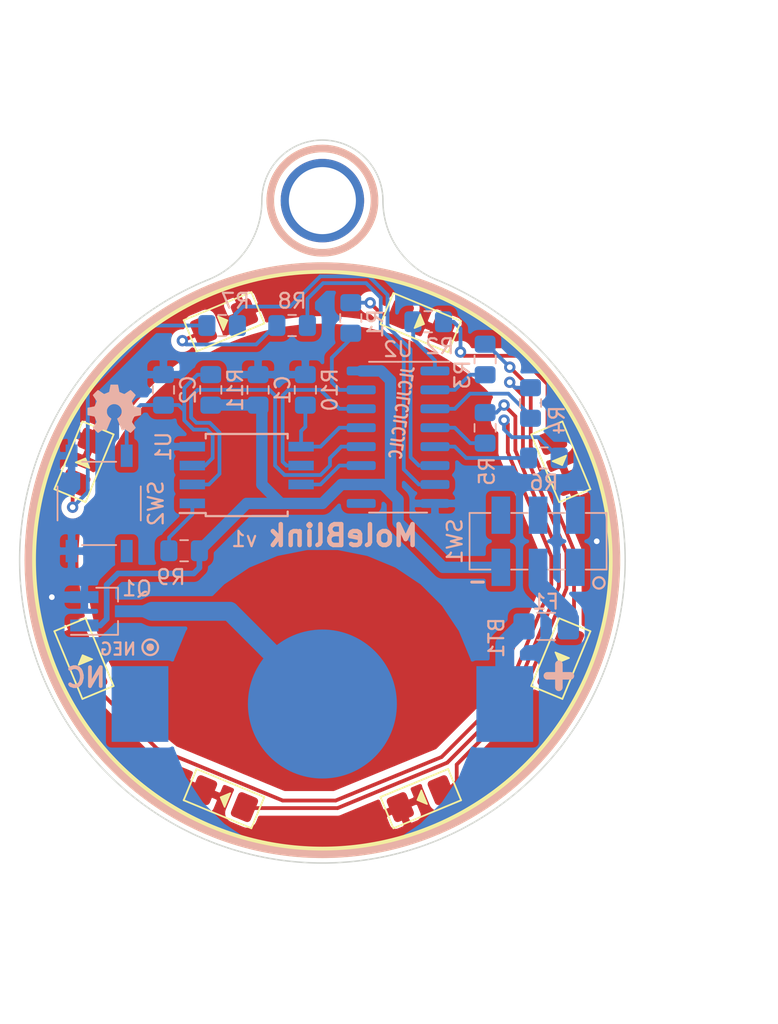
<source format=kicad_pcb>
(kicad_pcb (version 20171130) (host pcbnew "(5.1.5)-2")
  (title_block (title "MoleBlink v1") (date 2019-11-05) (rev A) (company "Blacker Hovse Electrical Engineering") (comment 1 "California Institute of Technology") (comment 2 "B.S. EE, Class of 2020") (comment 3 "Ray Sun"))
  (layers (0 F.Cu signal) (31 B.Cu signal) (34 B.Paste user hide) (35 F.Paste user hide) (36 B.SilkS user) (37 F.SilkS user) (38 B.Mask user) (39 F.Mask user) (44 Edge.Cuts user))
  (net 0 "")
  (net 1 GND)
  (net 2 "Net-(D1-Pad2)")
  (net 3 "Net-(D2-Pad2)")
  (net 4 "Net-(D3-Pad2)")
  (net 5 "Net-(D4-Pad2)")
  (net 6 "Net-(D5-Pad2)")
  (net 7 "Net-(D6-Pad2)")
  (net 8 "Net-(D7-Pad2)")
  (net 9 "Net-(D8-Pad2)")
  (net 10 "Net-(F1-Pad2)")
  (net 11 "Net-(SW1-Pad3)")
  (net 12 "Net-(U2-Pad9)")
  (net 13 /BAT+)
  (net 14 /BAT-)
  (net 15 /USER)
  (net 16 /RESET)
  (net 17 /SER)
  (net 18 /~OE)
  (net 19 /RCLK)
  (net 20 /SRCLK)
  (net 21 VDD)
  (net 22 /LED1)
  (net 23 /LED2)
  (net 24 /LED3)
  (net 25 /LED4)
  (net 26 /LED5)
  (net 27 /LED6)
  (net 28 /LED7)
  (net 29 /LED8)
  (net 30 "Net-(H1-Pad1)")
  (net 31 "Net-(SW1-Pad6)")
  (net 32 "Net-(SW1-Pad5)")
  (net 33 "Net-(SW1-Pad4)")
  (module Package_TO_SOT_SMD:SOT-23_Handsoldering (layer B.Cu) (at 127.762 117.729)
    (fp_text reference Q1 (at 2.032 -1.524) (layer B.SilkS) (effects (justify mirror)))
    (fp_text value " IRFML8244")
    (pad 3 smd rect (at 1.5 0) (size 1.9 0.8) (layers B.Cu B.Paste B.Mask) (net 14 /BAT-))
    (pad 2 smd rect (at -1.5 -0.95) (size 1.9 0.8) (layers B.Cu B.Paste B.Mask) (net 1 GND))
    (pad 1 smd rect (at -1.5 0.95) (size 1.9 0.8) (layers B.Cu B.Paste B.Mask) (net 21 VDD))
  )
  (module crest:blacker_mask (layer F.Cu) (at 142.22 113.82)
    (fp_text reference G*** hide)
    (fp_text value LOGO hide)
  )
  (module ruddblink:OSHW-Symbol_140mil (layer B.Cu) (at 128.27 104.14 180)
    (fp_text reference G*** hide)
    (fp_text value LOGO hide)
  )
  (module ruddblink:BatteryHolder_Keystone_3034_Wide (layer B.Cu) (at 142.24 123.952 180)
    (fp_text reference BT1 (at -11.684 4.445 90) (layer B.SilkS) (effects (justify mirror)))
    (fp_text value 3034)
    (pad 1 smd rect (at -12.2428 0 180) (size 3.81 5.08) (layers B.Cu B.Paste B.Mask) (net 13 /BAT+))
    (pad 1 smd rect (at 12.2428 0 180) (size 3.81 5.08) (layers B.Cu B.Paste B.Mask) (net 13 /BAT+))
    (pad 2 smd circle (at 0 0 180) (size 10 10) (layers B.Cu B.Paste B.Mask) (net 14 /BAT-) (clearance 5.334))
  )
  (module ruddblink:LED_1206_Uniform_HandSolder (layer F.Cu) (at 135.636 98.298 202.5)
    (fp_text reference D8 hide)
    (fp_text value " 150120BS75000 ")
    (pad 2 smd roundrect (at 1.4875 0 202.5) (size 1.425 1.75) (layers F.Cu F.Paste F.Mask) (roundrect_rratio 0.175439) (net 9 "Net-(D8-Pad2)"))
    (pad 1 smd roundrect (at -1.4875 0 202.5) (size 1.425 1.75) (layers F.Cu F.Paste F.Mask) (roundrect_rratio 0.175439) (net 1 GND))
  )
  (module ruddblink:LED_1206_Uniform_HandSolder (layer F.Cu) (at 126.238 107.696 247.5)
    (fp_text reference D7 hide)
    (fp_text value " 150120BS75000 ")
    (pad 2 smd roundrect (at 1.4875 0 247.5) (size 1.425 1.75) (layers F.Cu F.Paste F.Mask) (roundrect_rratio 0.175439) (net 8 "Net-(D7-Pad2)"))
    (pad 1 smd roundrect (at -1.4875 0 247.5) (size 1.425 1.75) (layers F.Cu F.Paste F.Mask) (roundrect_rratio 0.175439) (net 1 GND))
  )
  (module ruddblink:LED_1206_Uniform_HandSolder (layer F.Cu) (at 126.238 120.904 292.5)
    (fp_text reference D6 hide)
    (fp_text value " 150120BS75000 ")
    (pad 2 smd roundrect (at 1.4875 0 292.5) (size 1.425 1.75) (layers F.Cu F.Paste F.Mask) (roundrect_rratio 0.175439) (net 7 "Net-(D6-Pad2)"))
    (pad 1 smd roundrect (at -1.4875 0 292.5) (size 1.425 1.75) (layers F.Cu F.Paste F.Mask) (roundrect_rratio 0.175439) (net 1 GND))
  )
  (module ruddblink:LED_1206_Uniform_HandSolder (layer F.Cu) (at 135.636 130.302 337.5)
    (fp_text reference D5 hide)
    (fp_text value " 150120BS75000 ")
    (pad 2 smd roundrect (at 1.4875 0 337.5) (size 1.425 1.75) (layers F.Cu F.Paste F.Mask) (roundrect_rratio 0.175439) (net 6 "Net-(D5-Pad2)"))
    (pad 1 smd roundrect (at -1.4875 0 337.5) (size 1.425 1.75) (layers F.Cu F.Paste F.Mask) (roundrect_rratio 0.175439) (net 1 GND))
  )
  (module ruddblink:LED_1206_Uniform_HandSolder (layer F.Cu) (at 148.844 130.302 22.5)
    (fp_text reference D4 hide)
    (fp_text value " 150120BS75000 ")
    (pad 2 smd roundrect (at 1.4875 0 22.5) (size 1.425 1.75) (layers F.Cu F.Paste F.Mask) (roundrect_rratio 0.175439) (net 5 "Net-(D4-Pad2)"))
    (pad 1 smd roundrect (at -1.4875 0 22.5) (size 1.425 1.75) (layers F.Cu F.Paste F.Mask) (roundrect_rratio 0.175439) (net 1 GND))
  )
  (module ruddblink:LED_1206_Uniform_HandSolder (layer F.Cu) (at 158.242 120.904 67.5)
    (fp_text reference D3 hide)
    (fp_text value " 150120BS75000 ")
    (pad 2 smd roundrect (at 1.4875 0 67.5) (size 1.425 1.75) (layers F.Cu F.Paste F.Mask) (roundrect_rratio 0.175439) (net 4 "Net-(D3-Pad2)"))
    (pad 1 smd roundrect (at -1.4875 0 67.5) (size 1.425 1.75) (layers F.Cu F.Paste F.Mask) (roundrect_rratio 0.175439) (net 1 GND))
  )
  (module ruddblink:LED_1206_Uniform_HandSolder (layer F.Cu) (at 158.242 107.696 112.5)
    (fp_text reference D2 hide)
    (fp_text value " 150120BS75000 ")
    (pad 2 smd roundrect (at 1.4875 0 112.5) (size 1.425 1.75) (layers F.Cu F.Paste F.Mask) (roundrect_rratio 0.175439) (net 3 "Net-(D2-Pad2)"))
    (pad 1 smd roundrect (at -1.4875 0 112.5) (size 1.425 1.75) (layers F.Cu F.Paste F.Mask) (roundrect_rratio 0.175439) (net 1 GND))
  )
  (module ruddblink:LED_1206_Uniform_HandSolder (layer F.Cu) (at 148.844 98.359242 157.5)
    (fp_text reference D1 hide)
    (fp_text value " 150120BS75000 ")
    (pad 2 smd roundrect (at 1.4875 0 157.5) (size 1.425 1.75) (layers F.Cu F.Paste F.Mask) (roundrect_rratio 0.175439) (net 2 "Net-(D1-Pad2)"))
    (pad 1 smd roundrect (at -1.4875 0 157.5) (size 1.425 1.75) (layers F.Cu F.Paste F.Mask) (roundrect_rratio 0.175439) (net 1 GND))
  )
  (module ruddblink:MountingHole_Keyring (layer F.Cu) (at 142.24 90.17)
    (fp_text reference H1 hide)
    (fp_text value KEYHOLE)
    (pad 1 thru_hole circle (at 0 0) (size 5.6 5.6) (drill 4.5) (layers *.Cu *.Mask) (net 30 "Net-(H1-Pad1)"))
  )
  (module ruddblink:SW_SPDT_CK-JS202011JCQN (layer B.Cu) (at 156.718 113.03)
    (fp_text reference SW1 (at -5.588 0 90) (layer B.SilkS) (effects (justify mirror)))
    (fp_text value JS202011JCQN hide)
    (pad 1 smd rect (at -2.5 1.75) (size 1.25 2.5) (layers B.Cu B.Paste B.Mask) (net 21 VDD))
    (pad 2 smd rect (at 0 1.75) (size 1.25 2.5) (layers B.Cu B.Paste B.Mask) (net 10 "Net-(F1-Pad2)"))
    (pad 3 smd rect (at 2.5 1.75) (size 1.25 2.5) (layers B.Cu B.Paste B.Mask) (net 11 "Net-(SW1-Pad3)"))
    (pad 4 smd rect (at -2.5 -1.75) (size 1.25 2.5) (layers B.Cu B.Paste B.Mask Dwgs.User) (net 33 "Net-(SW1-Pad4)"))
    (pad 5 smd rect (at 0 -1.75) (size 1.25 2.5) (layers B.Cu B.Paste B.Mask) (net 32 "Net-(SW1-Pad5)"))
    (pad 6 smd rect (at 2.5 -1.75) (size 1.25 2.5) (layers B.Cu B.Paste B.Mask) (net 31 "Net-(SW1-Pad6)"))
  )
  (module ruddblink:SW_Push_PTS526 (layer B.Cu) (at 127.254 110.49 90)
    (fp_text reference SW2 (at 0 3.81 90) (layer B.SilkS) (effects (justify mirror)))
    (fp_text value "PTS526 SK15 SMTR2 LFS ")
    (pad 2 smd rect (at 3.2 -1.85 90) (size 1.5 0.8) (layers B.Cu B.Paste B.Mask) (net 1 GND))
    (pad 1 smd rect (at 3.2 1.85 90) (size 1.5 0.8) (layers B.Cu B.Paste B.Mask) (net 15 /USER))
    (pad 1 smd rect (at -3.2 1.85 90) (size 1.5 0.8) (layers B.Cu B.Paste B.Mask) (net 15 /USER))
    (pad 2 smd rect (at -3.2 -1.85 90) (size 1.5 0.8) (layers B.Cu B.Paste B.Mask) (net 1 GND))
  )
  (module Package_SO:SOIJ-8_5.3x5.3mm_P1.27mm (layer B.Cu) (at 137.16 108.585)
    (fp_text reference U1 (at -5.588 -1.905 90) (layer B.SilkS) (effects (justify mirror)))
    (fp_text value ATtiny85V-10SU)
    (pad 1 smd rect (at -3.65 1.905) (size 1.7 0.65) (layers B.Cu B.Paste B.Mask) (net 16 /RESET))
    (pad 2 smd rect (at -3.65 0.635) (size 1.7 0.65) (layers B.Cu B.Paste B.Mask) (net 19 /RCLK))
    (pad 3 smd rect (at -3.65 -0.635) (size 1.7 0.65) (layers B.Cu B.Paste B.Mask) (net 15 /USER))
    (pad 4 smd rect (at -3.65 -1.905) (size 1.7 0.65) (layers B.Cu B.Paste B.Mask) (net 1 GND))
    (pad 5 smd rect (at 3.65 -1.905) (size 1.7 0.65) (layers B.Cu B.Paste B.Mask) (net 18 /~OE))
    (pad 6 smd rect (at 3.65 -0.635) (size 1.7 0.65) (layers B.Cu B.Paste B.Mask) (net 17 /SER))
    (pad 7 smd rect (at 3.65 0.635) (size 1.7 0.65) (layers B.Cu B.Paste B.Mask) (net 20 /SRCLK))
    (pad 8 smd rect (at 3.65 1.905) (size 1.7 0.65) (layers B.Cu B.Paste B.Mask) (net 21 VDD))
  )
  (module Resistor_SMD:R_0805_2012Metric_Pad1.15x1.40mm_HandSolder (layer B.Cu) (at 141.097 102.87 90)
    (fp_text reference R10 (at 0 1.65 90) (layer B.SilkS) (effects (justify mirror)))
    (fp_text value 10K)
    (pad 2 smd roundrect (at 1.025 0 90) (size 1.15 1.4) (layers B.Cu B.Paste B.Mask) (roundrect_rratio 0.217) (net 1 GND) (clearance 0.000203))
    (pad 1 smd roundrect (at -1.025 0 90) (size 1.15 1.4) (layers B.Cu B.Paste B.Mask) (roundrect_rratio 0.217391) (net 18 /~OE))
  )
  (module Fuse:Fuse_1206_3216Metric_Pad1.42x1.75mm_HandSolder (layer B.Cu) (at 157.2625 118.745)
    (fp_text reference F1 (at -0.0365 -1.651) (layer B.SilkS) (effects (justify mirror)))
    (fp_text value " 0ZCJ0005FF2E ")
    (pad 2 smd roundrect (at 1.4875 0) (size 1.425 1.75) (layers B.Cu B.Paste B.Mask) (roundrect_rratio 0.175439) (net 10 "Net-(F1-Pad2)"))
    (pad 1 smd roundrect (at -1.4875 0) (size 1.425 1.75) (layers B.Cu B.Paste B.Mask) (roundrect_rratio 0.175439) (net 13 /BAT+))
  )
  (module Resistor_SMD:R_0805_2012Metric_Pad1.15x1.40mm_HandSolder (layer B.Cu) (at 134.747 102.87 90)
    (fp_text reference R11 (at 0 1.65 90) (layer B.SilkS) (effects (justify mirror)))
    (fp_text value 10K)
    (pad 2 smd roundrect (at 1.025 0 90) (size 1.15 1.4) (layers B.Cu B.Paste B.Mask) (roundrect_rratio 0.217391) (net 15 /USER))
    (pad 1 smd roundrect (at -1.025 0 90) (size 1.15 1.4) (layers B.Cu B.Paste B.Mask) (roundrect_rratio 0.217391) (net 21 VDD))
  )
  (module Resistor_SMD:R_0805_2012Metric_Pad1.15x1.40mm_HandSolder (layer B.Cu) (at 140.208 98.552 180)
    (fp_text reference R8 (at 0 1.65 180) (layer B.SilkS) (effects (justify mirror)))
    (fp_text value R)
    (pad 2 smd roundrect (at 1.025 0 180) (size 1.15 1.4) (layers B.Cu B.Paste B.Mask) (roundrect_rratio 0.217391) (net 9 "Net-(D8-Pad2)"))
    (pad 1 smd roundrect (at -1.025 0 180) (size 1.15 1.4) (layers B.Cu B.Paste B.Mask) (roundrect_rratio 0.217391) (net 29 /LED8))
  )
  (module Resistor_SMD:R_0805_2012Metric_Pad1.15x1.40mm_HandSolder (layer B.Cu) (at 135.509 98.552 180)
    (fp_text reference R7 (at -0.889 1.65) (layer B.SilkS) (effects (justify mirror)))
    (fp_text value R)
    (pad 1 smd roundrect (at -1.025 0 180) (size 1.15 1.4) (layers B.Cu B.Paste B.Mask) (roundrect_rratio 0.217391) (net 28 /LED7))
    (pad 2 smd roundrect (at 1.025 0 180) (size 1.15 1.4) (layers B.Cu B.Paste B.Mask) (roundrect_rratio 0.217391) (net 8 "Net-(D7-Pad2)"))
  )
  (module Resistor_SMD:R_0805_2012Metric_Pad1.15x1.40mm_HandSolder (layer B.Cu) (at 157.108 107.442)
    (fp_text reference R6 (at 0 1.65) (layer B.SilkS) (effects (justify mirror)))
    (fp_text value R)
    (pad 2 smd roundrect (at 1.025 0) (size 1.15 1.4) (layers B.Cu B.Paste B.Mask) (roundrect_rratio 0.217391) (net 7 "Net-(D6-Pad2)"))
    (pad 1 smd roundrect (at -1.025 0) (size 1.15 1.4) (layers B.Cu B.Paste B.Mask) (roundrect_rratio 0.217391) (net 27 /LED6))
  )
  (module Resistor_SMD:R_0805_2012Metric_Pad1.15x1.40mm_HandSolder (layer B.Cu) (at 153.162 105.419 90)
    (fp_text reference R5 (at -2.912 0.127 90) (layer B.SilkS) (effects (justify mirror)))
    (fp_text value R)
    (pad 2 smd roundrect (at 1.025 0 90) (size 1.15 1.4) (layers B.Cu B.Paste B.Mask) (roundrect_rratio 0.217391) (net 6 "Net-(D5-Pad2)"))
    (pad 1 smd roundrect (at -1.025 0 90) (size 1.15 1.4) (layers B.Cu B.Paste B.Mask) (roundrect_rratio 0.217391) (net 26 /LED5))
  )
  (module Resistor_SMD:R_0805_2012Metric_Pad1.15x1.40mm_HandSolder (layer B.Cu) (at 156.21 103.75 90)
    (fp_text reference R4 (at -1.152 1.778 90) (layer B.SilkS) (effects (justify mirror)))
    (fp_text value R)
    (pad 1 smd roundrect (at -1.025 0 90) (size 1.15 1.4) (layers B.Cu B.Paste B.Mask) (roundrect_rratio 0.217391) (net 25 /LED4))
    (pad 2 smd roundrect (at 1.025 0 90) (size 1.15 1.4) (layers B.Cu B.Paste B.Mask) (roundrect_rratio 0.217391) (net 5 "Net-(D4-Pad2)"))
  )
  (module Resistor_SMD:R_0805_2012Metric_Pad1.15x1.40mm_HandSolder (layer B.Cu) (at 153.162 100.829 90)
    (fp_text reference R3 (at -1.025 -1.524 90) (layer B.SilkS) (effects (justify mirror)))
    (fp_text value R)
    (pad 2 smd roundrect (at 1.025 0 90) (size 1.15 1.4) (layers B.Cu B.Paste B.Mask) (roundrect_rratio 0.217391) (net 4 "Net-(D3-Pad2)"))
    (pad 1 smd roundrect (at -1.025 0 90) (size 1.15 1.4) (layers B.Cu B.Paste B.Mask) (roundrect_rratio 0.217391) (net 24 /LED3))
  )
  (module Resistor_SMD:R_0805_2012Metric_Pad1.15x1.40mm_HandSolder (layer B.Cu) (at 149.343 98.298)
    (fp_text reference R2 (at 0.771 1.651) (layer B.SilkS) (effects (justify mirror)))
    (fp_text value R)
    (pad 2 smd roundrect (at 1.025 0) (size 1.15 1.4) (layers B.Cu B.Paste B.Mask) (roundrect_rratio 0.217391) (net 3 "Net-(D2-Pad2)"))
    (pad 1 smd roundrect (at -1.025 0) (size 1.15 1.4) (layers B.Cu B.Paste B.Mask) (roundrect_rratio 0.217391) (net 23 /LED2))
  )
  (module Resistor_SMD:R_0805_2012Metric_Pad1.15x1.40mm_HandSolder (layer B.Cu) (at 144.145 98.044 90)
    (fp_text reference R1 (at -0.381 1.651 90) (layer B.SilkS) (effects (justify mirror)))
    (fp_text value R)
    (pad 2 smd roundrect (at 1.025 0 90) (size 1.15 1.4) (layers B.Cu B.Paste B.Mask) (roundrect_rratio 0.217391) (net 2 "Net-(D1-Pad2)"))
    (pad 1 smd roundrect (at -1.025 0 90) (size 1.15 1.4) (layers B.Cu B.Paste B.Mask) (roundrect_rratio 0.217391) (net 22 /LED1))
  )
  (module Package_SO:SOIC-16_3.9x9.9mm_P1.27mm (layer B.Cu) (at 147.32 106.045 180)
    (fp_text reference U2 (at 0 5.9) (layer B.SilkS) (effects (justify mirror)))
    (fp_text value 74HC595)
    (pad 1 smd roundrect (at -2.475 4.445 180) (size 1.95 0.6) (layers B.Cu B.Paste B.Mask) (net 23 /LED2))
    (pad 2 smd roundrect (at -2.475 3.175 180) (size 1.95 0.6) (layers B.Cu B.Paste B.Mask) (net 24 /LED3))
    (pad 3 smd roundrect (at -2.475 1.905 180) (size 1.95 0.6) (layers B.Cu B.Paste B.Mask) (net 25 /LED4))
    (pad 4 smd roundrect (at -2.475 0.635 180) (size 1.95 0.6) (layers B.Cu B.Paste B.Mask) (net 26 /LED5))
    (pad 5 smd roundrect (at -2.475 -0.635 180) (size 1.95 0.6) (layers B.Cu B.Paste B.Mask) (net 27 /LED6))
    (pad 6 smd roundrect (at -2.475 -1.905 180) (size 1.95 0.6) (layers B.Cu B.Paste B.Mask) (net 28 /LED7))
    (pad 7 smd roundrect (at -2.475 -3.175 180) (size 1.95 0.6) (layers B.Cu B.Paste B.Mask) (net 29 /LED8))
    (pad 8 smd roundrect (at -2.475 -4.445 180) (size 1.95 0.6) (layers B.Cu B.Paste B.Mask) (net 1 GND))
    (pad 9 smd roundrect (at 2.475 -4.445 180) (size 1.95 0.6) (layers B.Cu B.Paste B.Mask) (net 12 "Net-(U2-Pad9)"))
    (pad 10 smd roundrect (at 2.475 -3.175 180) (size 1.95 0.6) (layers B.Cu B.Paste B.Mask) (net 21 VDD))
    (pad 11 smd roundrect (at 2.475 -1.905 180) (size 1.95 0.6) (layers B.Cu B.Paste B.Mask) (net 20 /SRCLK))
    (pad 12 smd roundrect (at 2.475 -0.635 180) (size 1.95 0.6) (layers B.Cu B.Paste B.Mask) (net 19 /RCLK))
    (pad 13 smd roundrect (at 2.475 0.635 180) (size 1.95 0.6) (layers B.Cu B.Paste B.Mask) (net 18 /~OE))
    (pad 14 smd roundrect (at 2.475 1.905 180) (size 1.95 0.6) (layers B.Cu B.Paste B.Mask) (net 17 /SER))
    (pad 15 smd roundrect (at 2.475 3.175 180) (size 1.95 0.6) (layers B.Cu B.Paste B.Mask) (net 22 /LED1))
    (pad 16 smd roundrect (at 2.475 4.445 180) (size 1.95 0.6) (layers B.Cu B.Paste B.Mask) (net 21 VDD))
  )
  (module Resistor_SMD:R_0805_2012Metric_Pad1.15x1.40mm_HandSolder (layer B.Cu) (at 132.96 113.665 180)
    (fp_text reference R9 (at 0.88 -1.778) (layer B.SilkS) (effects (justify mirror)))
    (fp_text value 10K)
    (pad 2 smd roundrect (at 1.025 0 180) (size 1.15 1.4) (layers B.Cu B.Paste B.Mask) (roundrect_rratio 0.217391) (net 16 /RESET))
    (pad 1 smd roundrect (at -1.025 0 180) (size 1.15 1.4) (layers B.Cu B.Paste B.Mask) (roundrect_rratio 0.217391) (net 21 VDD))
  )
  (module Capacitor_SMD:C_0805_2012Metric_Pad1.15x1.40mm_HandSolder (layer B.Cu) (at 131.572 102.87 90)
    (fp_text reference C2 (at 0 1.65 90) (layer B.SilkS) (effects (justify mirror)))
    (fp_text value 0.1uF)
    (pad 2 smd roundrect (at 1.025 0 90) (size 1.15 1.4) (layers B.Cu B.Paste B.Mask) (roundrect_rratio 0.217) (net 1 GND) (clearance 0.2032))
    (pad 1 smd roundrect (at -1.025 0 90) (size 1.15 1.4) (layers B.Cu B.Paste B.Mask) (roundrect_rratio 0.217391) (net 15 /USER))
  )
  (module Capacitor_SMD:C_0805_2012Metric_Pad1.15x1.40mm_HandSolder (layer B.Cu) (at 137.922 102.87 90)
    (fp_text reference C1 (at 0 1.65 90) (layer B.SilkS) (effects (justify mirror)))
    (fp_text value 0.1uF)
    (pad 2 smd roundrect (at 1.025 0 90) (size 1.15 1.4) (layers B.Cu B.Paste B.Mask) (roundrect_rratio 0.217391) (net 1 GND))
    (pad 1 smd roundrect (at -1.025 0 90) (size 1.15 1.4) (layers B.Cu B.Paste B.Mask) (roundrect_rratio 0.217391) (net 21 VDD))
  )
  (gr_poly (pts (xy 130.5306 118.2878) (xy 130.1496 118.11) (xy 130.1496 117.348) (xy 130.5306 117.1702)) (layer B.Cu) (width 0.02032))
  (gr_circle (center 160.802609 115.824) (end 161.183609 115.824) (layer B.SilkS) (width 0.15))
  (gr_text - (at 152.654 115.697) (layer B.SilkS) (effects (font (size 1.016 1.016) (thickness 0.2032)) (justify mirror)))
  (gr_circle (center 130.683 120.142) (end 130.81 120.142) (layer B.SilkS) (width 0.254))
  (gr_circle (center 130.683 120.142) (end 130.175 120.269) (layer B.SilkS) (width 0.15))
  (gr_circle (center 142.24 114.3) (end 161.9758 114.3) (layer B.SilkS) (width 0.508))
  (gr_circle (center 142.24 114.3) (end 161.8488 114.3) (layer F.SilkS) (width 0.762))
  (gr_arc (start 142.239999 114.299999) (end 134.499758 95.508979) (angle -315.212522) (layer Edge.Cuts) (width 0.1))
  (gr_arc (start 152.019 90.17) (end 146.304 90.17) (angle -69.14554196) (layer Edge.Cuts) (width 0.1))
  (gr_arc (start 132.461 90.17) (end 138.176 90.17) (angle 69.1) (layer Edge.Cuts) (width 0.1))
  (gr_circle (center 142.24 90.17) (end 145.74 90.17) (layer B.SilkS) (width 0.508))
  (gr_arc (start 142.24 90.17) (end 146.304 90.17) (angle -180) (layer Edge.Cuts) (width 0.1))
  (gr_circle (center 142.24 90.17) (end 145.74 90.17) (layer F.SilkS) (width 0.508))
  (gr_text NC (at 126.365 122.174) (layer B.SilkS) (effects (font (size 1.27 1.27) (thickness 0.254)) (justify mirror)))
  (gr_text v1 (at 136.99744 112.8903) (layer B.SilkS) (effects (font (size 1.016 1.016) (thickness 0.1524)) (justify mirror)))
  (gr_text MoleBlink (at 143.637 112.649) (layer B.SilkS) (effects (font (size 1.397 1.397) (thickness 0.3048)) (justify mirror)))
  (gr_text NEG (at 128.524 120.269) (layer B.SilkS) (effects (font (size 0.8128 0.8128) (thickness 0.1524)) (justify mirror)))
  (gr_text + (at 158.115 121.92) (layer B.SilkS) (effects (font (size 2.032 2.032) (thickness 0.508)) (justify mirror)))
  (gr_text JLCJLCJLCJLC (at 147.574 104.394 82) (layer B.SilkS) (effects (font (size 0.8128 0.6096) (thickness 0.1524)) (justify mirror)))
  (via (at 160.655 113.03) (size 0.762) (drill 0.381) (layers F.Cu B.Cu) (net 1))
  (segment (start 126.262 116.779) (end 124.079 116.779) (width 0.762) (layer B.Cu) (net 1))
  (via (at 124.079 116.779) (size 0.762) (drill 0.381) (layers F.Cu B.Cu) (net 1))
  (segment (start 145.436835 97.019) (end 145.445835 97.028) (width 0.254) (layer B.Cu) (net 2))
  (segment (start 144.145 97.019) (end 145.436835 97.019) (width 0.254) (layer B.Cu) (net 2))
  (via (at 145.445835 97.028) (size 0.762) (drill 0.381) (layers F.Cu B.Cu) (net 2))
  (segment (start 145.826834 97.408999) (end 145.445835 97.028) (width 0.254) (layer F.Cu) (net 2))
  (segment (start 146.207835 97.79) (end 145.826834 97.408999) (width 0.254) (layer F.Cu) (net 2))
  (segment (start 147.447 97.79) (end 146.207835 97.79) (width 0.254) (layer F.Cu) (net 2))
  (via (at 151.511 100.33) (size 0.762) (drill 0.381) (layers F.Cu B.Cu) (net 3))
  (segment (start 151.511 98.766) (end 151.511 100.33) (width 0.254) (layer B.Cu) (net 3))
  (segment (start 150.368 98.298) (end 151.043 98.298) (width 0.254) (layer B.Cu) (net 3))
  (segment (start 151.043 98.298) (end 151.511 98.766) (width 0.254) (layer B.Cu) (net 3))
  (segment (start 157.353 106.045) (end 157.607 106.299) (width 0.254) (layer F.Cu) (net 3))
  (segment (start 157.353 102.489) (end 157.353 106.045) (width 0.254) (layer F.Cu) (net 3))
  (segment (start 155.448 100.584) (end 157.353 102.489) (width 0.254) (layer F.Cu) (net 3))
  (segment (start 151.511 100.33) (end 151.765 100.584) (width 0.254) (layer F.Cu) (net 3))
  (segment (start 151.765 100.584) (end 155.448 100.584) (width 0.254) (layer F.Cu) (net 3))
  (via (at 154.818098 101.346) (size 0.762) (drill 0.381) (layers F.Cu B.Cu) (net 4))
  (segment (start 156.224598 102.7525) (end 154.818098 101.346) (width 0.254) (layer F.Cu) (net 4))
  (segment (start 156.224598 106.665402) (end 156.224598 102.7525) (width 0.254) (layer F.Cu) (net 4))
  (segment (start 159.131 113.665) (end 156.224598 106.665402) (width 0.254) (layer F.Cu) (net 4))
  (segment (start 158.877 119.634) (end 159.131 119.38) (width 0.254) (layer F.Cu) (net 4))
  (segment (start 159.131 119.38) (end 159.131 113.665) (width 0.254) (layer F.Cu) (net 4))
  (segment (start 153.28 99.813) (end 154.813 101.346) (width 0.254) (layer B.Cu) (net 4))
  (segment (start 153.162 99.813) (end 153.28 99.813) (width 0.254) (layer B.Cu) (net 4))
  (segment (start 154.813 101.346) (end 154.818098 101.346) (width 0.254) (layer B.Cu) (net 4))
  (segment (start 156.21 102.725) (end 155.282083 102.725) (width 0.254) (layer B.Cu) (net 5))
  (via (at 154.813 102.362) (size 0.762) (drill 0.381) (layers F.Cu B.Cu) (net 5))
  (segment (start 155.282083 102.725) (end 155.176 102.725) (width 0.254) (layer B.Cu) (net 5))
  (segment (start 155.176 102.725) (end 154.813 102.362) (width 0.254) (layer B.Cu) (net 5))
  (segment (start 155.702 103.251) (end 154.813 102.362) (width 0.254) (layer F.Cu) (net 5))
  (segment (start 155.702 106.807) (end 155.702 103.251) (width 0.254) (layer F.Cu) (net 5))
  (segment (start 151.257 129.159) (end 151.257 128.016) (width 0.254) (layer F.Cu) (net 5))
  (segment (start 150.368 130.048) (end 151.257 129.159) (width 0.254) (layer F.Cu) (net 5))
  (segment (start 151.257 128.016) (end 155.540254 123.663254) (width 0.254) (layer F.Cu) (net 5))
  (segment (start 155.540254 123.663254) (end 158.623 116.205) (width 0.254) (layer F.Cu) (net 5))
  (segment (start 158.623 116.205) (end 158.623 113.792) (width 0.254) (layer F.Cu) (net 5))
  (segment (start 158.623 113.792) (end 155.702 106.807) (width 0.254) (layer F.Cu) (net 5))
  (segment (start 153.92399 104.394) (end 154.051001 104.266989) (width 0.254) (layer B.Cu) (net 6))
  (segment (start 154.051001 104.266989) (end 154.432 103.88599) (width 0.254) (layer B.Cu) (net 6))
  (segment (start 153.035 104.394) (end 153.92399 104.394) (width 0.254) (layer B.Cu) (net 6))
  (segment (start 155.067 123.444) (end 158.115 116.078) (width 0.254) (layer F.Cu) (net 6))
  (segment (start 154.812999 104.266989) (end 154.432 103.88599) (width 0.254) (layer F.Cu) (net 6))
  (via (at 154.432 103.88599) (size 0.762) (drill 0.381) (layers F.Cu B.Cu) (net 6))
  (segment (start 136.652 130.937) (end 143.256 130.937) (width 0.254) (layer F.Cu) (net 6))
  (segment (start 158.115 116.078) (end 158.115 113.919) (width 0.254) (layer F.Cu) (net 6))
  (segment (start 143.256 130.937) (end 150.622 127.889) (width 0.254) (layer F.Cu) (net 6))
  (segment (start 150.622 127.889) (end 155.067 123.444) (width 0.254) (layer F.Cu) (net 6))
  (segment (start 158.115 113.919) (end 155.194 106.934) (width 0.254) (layer F.Cu) (net 6))
  (segment (start 155.194 106.934) (end 155.194 104.64799) (width 0.254) (layer F.Cu) (net 6))
  (segment (start 155.194 104.64799) (end 154.812999 104.266989) (width 0.254) (layer F.Cu) (net 6))
  (via (at 154.432 104.902) (size 0.762) (drill 0.381) (layers F.Cu B.Cu) (net 7))
  (segment (start 154.432 105.520773) (end 154.432 104.902) (width 0.254) (layer B.Cu) (net 7))
  (segment (start 154.956227 106.045) (end 154.432 105.520773) (width 0.254) (layer B.Cu) (net 7))
  (segment (start 158.133 107.442) (end 156.736 106.045) (width 0.254) (layer B.Cu) (net 7))
  (segment (start 156.736 106.045) (end 154.956227 106.045) (width 0.254) (layer B.Cu) (net 7))
  (segment (start 139.573 130.429) (end 131.130388 126.939388) (width 0.254) (layer F.Cu) (net 7))
  (segment (start 131.130388 126.939388) (end 126.746 122.555) (width 0.254) (layer F.Cu) (net 7))
  (segment (start 143.129 130.429) (end 139.573 130.429) (width 0.254) (layer F.Cu) (net 7))
  (segment (start 154.686 123.063) (end 150.241 127.508) (width 0.254) (layer F.Cu) (net 7))
  (segment (start 154.434629 104.904629) (end 154.686 105.156) (width 0.254) (layer F.Cu) (net 7))
  (segment (start 154.686 105.156) (end 154.686 107.061) (width 0.254) (layer F.Cu) (net 7))
  (segment (start 154.686 107.061) (end 157.607 114.046) (width 0.254) (layer F.Cu) (net 7))
  (segment (start 150.241 127.508) (end 143.129 130.429) (width 0.254) (layer F.Cu) (net 7))
  (segment (start 157.607 114.046) (end 157.607 115.951) (width 0.254) (layer F.Cu) (net 7))
  (segment (start 126.746 122.555) (end 126.746 122.682) (width 0.254) (layer F.Cu) (net 7))
  (segment (start 157.607 115.951) (end 154.686 123.063) (width 0.254) (layer F.Cu) (net 7))
  (segment (start 125.476 109.263029) (end 125.476 110.744) (width 0.254) (layer F.Cu) (net 8))
  (segment (start 125.668758 109.070271) (end 125.476 109.263029) (width 0.254) (layer F.Cu) (net 8))
  (via (at 125.476 110.744) (size 0.762) (drill 0.381) (layers F.Cu B.Cu) (net 8))
  (segment (start 134.357 98.806) (end 134.493 98.67) (width 0.254) (layer B.Cu) (net 8))
  (segment (start 125.856999 110.363001) (end 125.476 110.744) (width 0.254) (layer B.Cu) (net 8))
  (segment (start 126.492 109.728) (end 125.856999 110.363001) (width 0.254) (layer B.Cu) (net 8))
  (segment (start 126.492 102.9335) (end 126.492 109.728) (width 0.254) (layer B.Cu) (net 8))
  (segment (start 134.493 98.552) (end 130.8735 98.552) (width 0.254) (layer B.Cu) (net 8))
  (segment (start 130.8735 98.552) (end 126.492 102.9335) (width 0.254) (layer B.Cu) (net 8))
  (segment (start 134.366 99.441) (end 134.366 98.933) (width 0.254) (layer F.Cu) (net 9))
  (segment (start 133.095945 99.821945) (end 132.842 99.568) (width 0.254) (layer B.Cu) (net 9))
  (segment (start 139.065 98.552) (end 137.795055 99.821945) (width 0.254) (layer B.Cu) (net 9))
  (segment (start 137.795055 99.821945) (end 133.095945 99.821945) (width 0.254) (layer B.Cu) (net 9))
  (via (at 132.842 99.568) (size 0.762) (drill 0.381) (layers F.Cu B.Cu) (net 9))
  (segment (start 134.62 98.806) (end 132.842 99.568) (width 0.254) (layer F.Cu) (net 9))
  (segment (start 134.261729 98.867242) (end 134.62 98.806) (width 0.254) (layer F.Cu) (net 9))
  (segment (start 158.75 117.983) (end 158.75 118.745) (width 1.27) (layer B.Cu) (net 10))
  (segment (start 156.845 116.078) (end 158.75 117.983) (width 1.27) (layer B.Cu) (net 10))
  (segment (start 156.845 116.078) (end 156.718 115.951) (width 1.27) (layer B.Cu) (net 10))
  (segment (start 156.718 115.951) (end 156.718 114.808) (width 1.27) (layer B.Cu) (net 10))
  (segment (start 155.702 118.999) (end 155.702 118.872) (width 0.762) (layer B.Cu) (net 13))
  (segment (start 154.4828 119.9642) (end 155.702 118.745) (width 1.27) (layer B.Cu) (net 13))
  (segment (start 154.4828 123.952) (end 154.4828 119.9642) (width 1.27) (layer B.Cu) (net 13))
  (segment (start 136.017 117.729) (end 142.24 123.952) (width 1.27) (layer B.Cu) (net 14))
  (segment (start 130.81 117.729) (end 136.017 117.729) (width 1.27) (layer B.Cu) (net 14))
  (segment (start 129.262 117.729) (end 130.81 117.729) (width 0.762) (layer B.Cu) (net 14))
  (segment (start 133.477 107.95) (end 134.366 107.95) (width 0.254) (layer B.Cu) (net 15))
  (segment (start 134.874 107.442) (end 134.874 105.918) (width 0.254) (layer B.Cu) (net 15))
  (segment (start 134.874 105.918) (end 134.493 105.537) (width 0.254) (layer B.Cu) (net 15))
  (segment (start 134.366 107.95) (end 134.874 107.442) (width 0.254) (layer B.Cu) (net 15))
  (segment (start 134.493 105.537) (end 133.592407 105.537) (width 0.254) (layer B.Cu) (net 15))
  (segment (start 133.592407 105.537) (end 132.969 104.913593) (width 0.254) (layer B.Cu) (net 15))
  (segment (start 129.104 104.83) (end 129.104 107.29) (width 0.254) (layer B.Cu) (net 15))
  (segment (start 130.048 103.886) (end 129.104 104.83) (width 0.254) (layer B.Cu) (net 15))
  (segment (start 132.969 104.267) (end 132.588 103.886) (width 0.254) (layer B.Cu) (net 15))
  (segment (start 132.588 103.886) (end 130.048 103.886) (width 0.254) (layer B.Cu) (net 15))
  (segment (start 133.858 101.854) (end 134.747 101.854) (width 0.254) (layer B.Cu) (net 15))
  (segment (start 132.969 104.902) (end 132.969 102.743) (width 0.254) (layer B.Cu) (net 15))
  (segment (start 132.969 102.743) (end 133.858 101.854) (width 0.254) (layer B.Cu) (net 15))
  (segment (start 131.953 113.538) (end 131.953 113.792) (width 0.254) (layer B.Cu) (net 16))
  (segment (start 131.953 112.776) (end 131.953 113.538) (width 0.254) (layer B.Cu) (net 16))
  (segment (start 133.51 110.49) (end 133.51 111.219) (width 0.254) (layer B.Cu) (net 16))
  (segment (start 133.51 111.219) (end 131.953 112.776) (width 0.254) (layer B.Cu) (net 16))
  (segment (start 143.383 104.14) (end 144.845 104.14) (width 0.254) (layer B.Cu) (net 17))
  (segment (start 139.833 107.95) (end 139.573 107.69) (width 0.254) (layer B.Cu) (net 17))
  (segment (start 140.81 107.95) (end 139.833 107.95) (width 0.254) (layer B.Cu) (net 17))
  (segment (start 139.573 107.69) (end 139.573 103.251) (width 0.254) (layer B.Cu) (net 17))
  (segment (start 139.573 103.251) (end 139.954 102.87) (width 0.254) (layer B.Cu) (net 17))
  (segment (start 139.954 102.87) (end 142.113 102.87) (width 0.254) (layer B.Cu) (net 17))
  (segment (start 142.113 102.87) (end 143.383 104.14) (width 0.254) (layer B.Cu) (net 17))
  (segment (start 140.09 106.562) (end 140.208 106.68) (width 0.254) (layer B.Cu) (net 18))
  (segment (start 142.113 106.68) (end 140.462 106.68) (width 0.254) (layer B.Cu) (net 18))
  (segment (start 144.78 105.41) (end 143.383 105.41) (width 0.254) (layer B.Cu) (net 18))
  (segment (start 143.383 105.41) (end 142.113 106.68) (width 0.254) (layer B.Cu) (net 18))
  (segment (start 141.097 103.886) (end 141.097 105.3465) (width 0.254) (layer B.Cu) (net 18))
  (segment (start 140.81 105.6335) (end 140.81 106.68) (width 0.254) (layer B.Cu) (net 18))
  (segment (start 141.097 105.3465) (end 140.81 105.6335) (width 0.254) (layer B.Cu) (net 18))
  (segment (start 134.62 109.22) (end 133.477 109.22) (width 0.254) (layer B.Cu) (net 19))
  (segment (start 139.7 108.585) (end 139.065 107.95) (width 0.254) (layer B.Cu) (net 19))
  (segment (start 142.113 108.585) (end 139.7 108.585) (width 0.254) (layer B.Cu) (net 19))
  (segment (start 144.845 106.68) (end 143.51 106.68) (width 0.254) (layer B.Cu) (net 19))
  (segment (start 142.748 107.95) (end 142.113 108.585) (width 0.254) (layer B.Cu) (net 19))
  (segment (start 135.331211 105.728618) (end 135.331211 108.508789) (width 0.254) (layer B.Cu) (net 19))
  (segment (start 135.331211 108.508789) (end 134.62 109.22) (width 0.254) (layer B.Cu) (net 19))
  (segment (start 142.748 107.442) (end 142.748 107.95) (width 0.254) (layer B.Cu) (net 19))
  (segment (start 143.51 106.68) (end 142.748 107.442) (width 0.254) (layer B.Cu) (net 19))
  (segment (start 139.065 103.251) (end 138.684 102.87) (width 0.254) (layer B.Cu) (net 19))
  (segment (start 138.684 102.87) (end 133.858 102.87) (width 0.254) (layer B.Cu) (net 19))
  (segment (start 133.42621 104.72421) (end 133.781789 105.079789) (width 0.254) (layer B.Cu) (net 19))
  (segment (start 133.858 102.87) (end 133.42621 103.30179) (width 0.254) (layer B.Cu) (net 19))
  (segment (start 133.42621 103.30179) (end 133.42621 104.72421) (width 0.254) (layer B.Cu) (net 19))
  (segment (start 133.781789 105.079789) (end 134.682382 105.079789) (width 0.254) (layer B.Cu) (net 19))
  (segment (start 139.065 107.95) (end 139.065 103.251) (width 0.254) (layer B.Cu) (net 19))
  (segment (start 134.682382 105.079789) (end 135.331211 105.728618) (width 0.254) (layer B.Cu) (net 19))
  (segment (start 144.145 107.95) (end 144.78 107.95) (width 0.254) (layer B.Cu) (net 20))
  (segment (start 143.383 107.95) (end 144.145 107.95) (width 0.254) (layer B.Cu) (net 20))
  (segment (start 140.716 109.22) (end 142.113 109.22) (width 0.254) (layer B.Cu) (net 20))
  (segment (start 142.113 109.22) (end 143.383 107.95) (width 0.254) (layer B.Cu) (net 20))
  (segment (start 146.812 109.728) (end 146.939 109.855) (width 0.762) (layer B.Cu) (net 21))
  (segment (start 146.812 102.235) (end 146.812 109.728) (width 0.762) (layer B.Cu) (net 21))
  (segment (start 144.845 101.6) (end 146.177 101.6) (width 0.762) (layer B.Cu) (net 21))
  (segment (start 146.177 101.6) (end 146.812 102.235) (width 0.762) (layer B.Cu) (net 21))
  (segment (start 137.16 110.49) (end 133.985 113.665) (width 0.762) (layer B.Cu) (net 21))
  (segment (start 150.34 114.78) (end 147.32 111.76) (width 0.762) (layer B.Cu) (net 21))
  (segment (start 154.345 114.78) (end 150.34 114.78) (width 0.762) (layer B.Cu) (net 21))
  (segment (start 147.32 111.76) (end 147.32 110.236) (width 0.762) (layer B.Cu) (net 21))
  (segment (start 147.32 110.236) (end 146.304 109.22) (width 0.762) (layer B.Cu) (net 21))
  (segment (start 146.304 109.22) (end 143.51 109.22) (width 0.762) (layer B.Cu) (net 21))
  (segment (start 143.51 109.22) (end 142.24 110.49) (width 0.762) (layer B.Cu) (net 21))
  (segment (start 127.32 118.679) (end 126.262 118.679) (width 0.381) (layer B.Cu) (net 21))
  (segment (start 133.985 114.808) (end 133.604 115.189) (width 0.381) (layer B.Cu) (net 21))
  (segment (start 133.985 113.665) (end 133.985 114.808) (width 0.381) (layer B.Cu) (net 21))
  (segment (start 133.604 115.189) (end 128.524 115.189) (width 0.381) (layer B.Cu) (net 21))
  (segment (start 128.524 115.189) (end 127.762 115.951) (width 0.381) (layer B.Cu) (net 21))
  (segment (start 127.762 115.951) (end 127.762 118.237) (width 0.381) (layer B.Cu) (net 21))
  (segment (start 127.762 118.237) (end 127.32 118.679) (width 0.381) (layer B.Cu) (net 21))
  (segment (start 142.24 110.49) (end 137.16 110.49) (width 0.762) (layer B.Cu) (net 21))
  (segment (start 138.176 104.14) (end 137.922 103.886) (width 0.762) (layer B.Cu) (net 21))
  (segment (start 137.922 103.886) (end 134.62 103.886) (width 0.762) (layer B.Cu) (net 21))
  (segment (start 139.446 110.49) (end 138.176 109.22) (width 0.762) (layer B.Cu) (net 21))
  (segment (start 138.176 109.22) (end 138.176 104.14) (width 0.762) (layer B.Cu) (net 21))
  (segment (start 144.145 99.441) (end 144.145 99.06) (width 0.254) (layer B.Cu) (net 22))
  (segment (start 142.875 100.711) (end 144.145 99.441) (width 0.254) (layer B.Cu) (net 22))
  (segment (start 142.875 102.362) (end 142.875 100.711) (width 0.254) (layer B.Cu) (net 22))
  (segment (start 144.845 102.87) (end 143.383 102.87) (width 0.254) (layer B.Cu) (net 22))
  (segment (start 143.383 102.87) (end 142.875 102.362) (width 0.254) (layer B.Cu) (net 22))
  (segment (start 148.336 99.441) (end 148.336 98.298) (width 0.254) (layer B.Cu) (net 23))
  (segment (start 149.795 101.6) (end 149.795 100.9) (width 0.254) (layer B.Cu) (net 23))
  (segment (start 149.795 100.9) (end 148.336 99.441) (width 0.254) (layer B.Cu) (net 23))
  (segment (start 152.146 101.854) (end 153.289 101.854) (width 0.254) (layer B.Cu) (net 24))
  (segment (start 149.795 102.87) (end 151.13 102.87) (width 0.254) (layer B.Cu) (net 24))
  (segment (start 151.13 102.87) (end 152.146 101.854) (width 0.254) (layer B.Cu) (net 24))
  (segment (start 149.795 104.14) (end 150.622 104.14) (width 0.254) (layer B.Cu) (net 25))
  (segment (start 156.083 104.484422) (end 156.083 104.775) (width 0.254) (layer B.Cu) (net 25))
  (segment (start 154.722578 103.124) (end 156.083 104.484422) (width 0.254) (layer B.Cu) (net 25))
  (segment (start 152.146 103.124) (end 154.722578 103.124) (width 0.254) (layer B.Cu) (net 25))
  (segment (start 149.795 104.14) (end 151.13 104.14) (width 0.254) (layer B.Cu) (net 25))
  (segment (start 151.13 104.14) (end 152.146 103.124) (width 0.254) (layer B.Cu) (net 25))
  (segment (start 153.162 106.444) (end 153.162 106.2445) (width 0.254) (layer B.Cu) (net 26))
  (segment (start 150.749 105.41) (end 149.795 105.41) (width 0.254) (layer B.Cu) (net 26))
  (segment (start 151.13 105.41) (end 150.749 105.41) (width 0.254) (layer B.Cu) (net 26))
  (segment (start 153.035 106.444) (end 152.164 106.444) (width 0.254) (layer B.Cu) (net 26))
  (segment (start 152.164 106.444) (end 151.13 105.41) (width 0.254) (layer B.Cu) (net 26))
  (segment (start 151.13 106.68) (end 149.86 106.68) (width 0.254) (layer B.Cu) (net 27))
  (segment (start 156.083 107.442) (end 151.892 107.442) (width 0.254) (layer B.Cu) (net 27))
  (segment (start 151.892 107.442) (end 151.13 106.68) (width 0.254) (layer B.Cu) (net 27))
  (segment (start 140.208 97.143407) (end 140.208 97.155) (width 0.254) (layer B.Cu) (net 28))
  (segment (start 148.158222 100.152221) (end 146.614246 98.608245) (width 0.254) (layer B.Cu) (net 28))
  (segment (start 148.72 107.95) (end 148.158222 107.388222) (width 0.254) (layer B.Cu) (net 28))
  (segment (start 142.101407 95.25) (end 140.208 97.143407) (width 0.254) (layer B.Cu) (net 28))
  (segment (start 145.367006 95.25) (end 142.101407 95.25) (width 0.254) (layer B.Cu) (net 28))
  (segment (start 149.795 107.95) (end 148.72 107.95) (width 0.254) (layer B.Cu) (net 28))
  (segment (start 148.158222 107.388222) (end 148.158222 100.152221) (width 0.254) (layer B.Cu) (net 28))
  (segment (start 146.614246 98.608245) (end 146.614246 96.49724) (width 0.254) (layer B.Cu) (net 28))
  (segment (start 146.614246 96.49724) (end 145.367006 95.25) (width 0.254) (layer B.Cu) (net 28))
  (segment (start 136.398 97.79) (end 136.398 98.679) (width 0.254) (layer B.Cu) (net 28))
  (segment (start 136.906 97.282) (end 136.398 97.79) (width 0.254) (layer B.Cu) (net 28))
  (segment (start 140.208 97.143407) (end 140.069407 97.282) (width 0.254) (layer B.Cu) (net 28))
  (segment (start 140.069407 97.282) (end 136.906 97.282) (width 0.254) (layer B.Cu) (net 28))
  (segment (start 146.157035 98.797627) (end 147.701011 100.341603) (width 0.254) (layer B.Cu) (net 29))
  (segment (start 141.233 98.679) (end 141.233 96.765) (width 0.254) (layer B.Cu) (net 29))
  (segment (start 146.157035 96.686638) (end 146.157035 98.797627) (width 0.254) (layer B.Cu) (net 29))
  (segment (start 145.177608 95.707211) (end 146.157035 96.686638) (width 0.254) (layer B.Cu) (net 29))
  (segment (start 142.290789 95.707211) (end 145.177608 95.707211) (width 0.254) (layer B.Cu) (net 29))
  (segment (start 141.233 96.765) (end 142.290789 95.707211) (width 0.254) (layer B.Cu) (net 29))
  (segment (start 147.701011 100.341603) (end 147.701011 108.201011) (width 0.254) (layer B.Cu) (net 29))
  (segment (start 147.701011 108.201011) (end 148.72 109.22) (width 0.254) (layer B.Cu) (net 29))
  (segment (start 148.72 109.22) (end 149.795 109.22) (width 0.254) (layer B.Cu) (net 29))
  (zone (net 1) (net_name GND) (layer F.Cu) (priority 1) (connect_pads (clearance 0.381)) (min_thickness 0.254) (fill yes (arc_segments 32) (thermal_gap 0.381) (thermal_bridge_width 0.508) (smoothing fillet) (radius 19.685))
    (polygon (pts (xy 122.555 94.615) (xy 161.925 94.615) (xy 161.925 133.985) (xy 122.555 133.985)))
  )
  (zone (net 0) (net_name "") (layer F.Cu) (priority 2) (connect_pads (clearance 0.508)) (min_thickness 0.254) (fill yes (arc_segments 32) (thermal_gap 0.381) (thermal_bridge_width 0.508) (smoothing fillet) (radius 15.875))
    (polygon (pts (xy 126.365 98.425) (xy 158.115 98.425) (xy 158.115 130.175) (xy 126.365 130.175)))
  )
  (zone (net 1) (net_name GND) (layer B.Cu) (priority 1) (connect_pads (clearance 0.381)) (min_thickness 0.254) (fill yes (arc_segments 32) (thermal_gap 0.381) (thermal_bridge_width 0.508) (smoothing fillet) (radius 19.685))
    (polygon (pts (xy 122.555 94.615) (xy 161.925 94.615) (xy 161.925 133.985) (xy 122.555 133.985)))
  )
)
</source>
